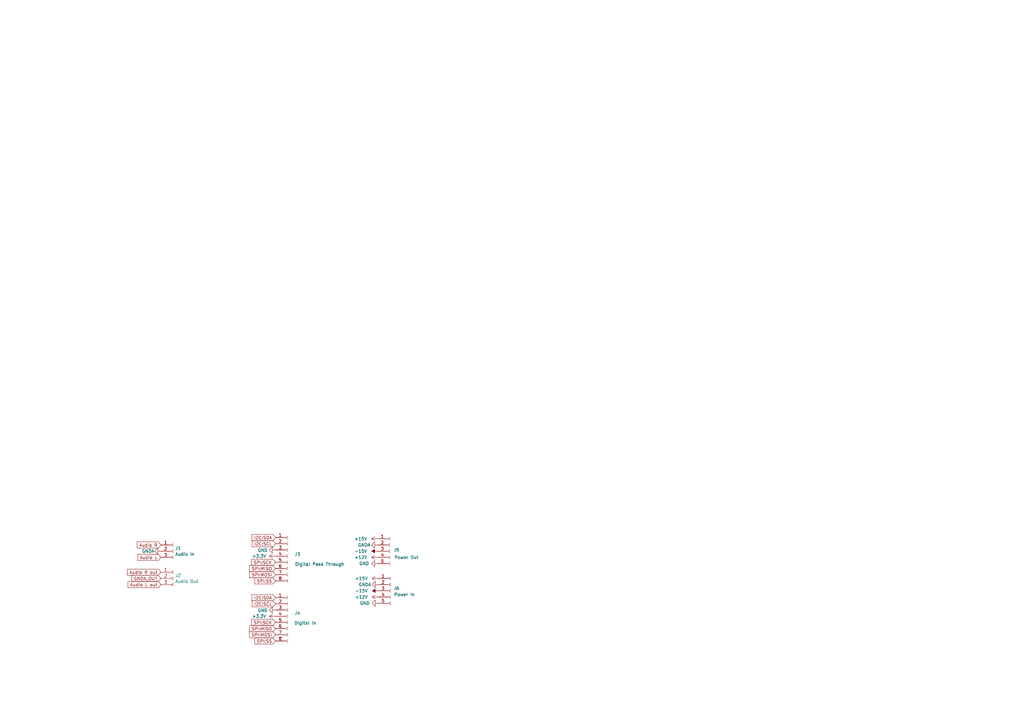
<source format=kicad_sch>
(kicad_sch (version 20230121) (generator eeschema)
  (paper "A3")
  (lib_symbols
    (symbol "Connector:Conn_01x03_Female" (pin_names (offset 1.016) hide)
      (property "Reference" "J" (at 0 5.08 0))
      (property "Value" "Conn_01x03_Female" (at 0 -5.08 0))
      (symbol "Conn_01x03_Female_1_1"
        (arc (start 0 -2.032) (mid -0.5058 -2.54) (end 0 -3.048) (stroke (width 0.1524)))
        (polyline (pts (xy -1.27 -2.54) (xy -0.508 -2.54)) (stroke (width 0.1524)))
        (polyline (pts (xy -1.27 0) (xy -0.508 0)) (stroke (width 0.1524)))
        (polyline (pts (xy -1.27 2.54) (xy -0.508 2.54)) (stroke (width 0.1524)))
        (arc (start 0 0.508) (mid -0.5058 0) (end 0 -0.508) (stroke (width 0.1524)))
        (arc (start 0 3.048) (mid -0.5058 2.54) (end 0 2.032) (stroke (width 0.1524)))
        (pin passive line (at -5.08 2.54 0) (length 3.81) (name "Pin_1") (number "1"))
        (pin passive line (at -5.08 0 0) (length 3.81) (name "Pin_2") (number "2"))
        (pin passive line (at -5.08 -2.54 0) (length 3.81) (name "Pin_3") (number "3"))
      )
    )
    (symbol "Connector:Conn_01x05_Female" (pin_names (offset 1.016) hide)
      (property "Reference" "J" (at 0 7.62 0))
      (property "Value" "Conn_01x05_Female" (at 0 -7.62 0))
      (symbol "Conn_01x05_Female_1_1"
        (arc (start 0 -4.572) (mid -0.5058 -5.08) (end 0 -5.588) (stroke (width 0.1524)))
        (arc (start 0 -2.032) (mid -0.5058 -2.54) (end 0 -3.048) (stroke (width 0.1524)))
        (polyline (pts (xy -1.27 -5.08) (xy -0.508 -5.08)) (stroke (width 0.1524)))
        (polyline (pts (xy -1.27 -2.54) (xy -0.508 -2.54)) (stroke (width 0.1524)))
        (polyline (pts (xy -1.27 0) (xy -0.508 0)) (stroke (width 0.1524)))
        (polyline (pts (xy -1.27 2.54) (xy -0.508 2.54)) (stroke (width 0.1524)))
        (polyline (pts (xy -1.27 5.08) (xy -0.508 5.08)) (stroke (width 0.1524)))
        (arc (start 0 0.508) (mid -0.5058 0) (end 0 -0.508) (stroke (width 0.1524)))
        (arc (start 0 3.048) (mid -0.5058 2.54) (end 0 2.032) (stroke (width 0.1524)))
        (arc (start 0 5.588) (mid -0.5058 5.08) (end 0 4.572) (stroke (width 0.1524)))
        (pin passive line (at -5.08 5.08 0) (length 3.81) (name "Pin_1") (number "1"))
        (pin passive line (at -5.08 2.54 0) (length 3.81) (name "Pin_2") (number "2"))
        (pin passive line (at -5.08 0 0) (length 3.81) (name "Pin_3") (number "3"))
        (pin passive line (at -5.08 -2.54 0) (length 3.81) (name "Pin_4") (number "4"))
        (pin passive line (at -5.08 -5.08 0) (length 3.81) (name "Pin_5") (number "5"))
      )
    )
    (symbol "Connector:Conn_01x08_Female" (pin_names (offset 1.016) hide)
      (property "Reference" "J" (at 0 10.16 0))
      (property "Value" "Conn_01x08_Female" (at 0 -12.7 0))
      (symbol "Conn_01x08_Female_1_1"
        (arc (start 0 -9.652) (mid -0.5058 -10.16) (end 0 -10.668) (stroke (width 0.1524)))
        (arc (start 0 -7.112) (mid -0.5058 -7.62) (end 0 -8.128) (stroke (width 0.1524)))
        (arc (start 0 -4.572) (mid -0.5058 -5.08) (end 0 -5.588) (stroke (width 0.1524)))
        (arc (start 0 -2.032) (mid -0.5058 -2.54) (end 0 -3.048) (stroke (width 0.1524)))
        (polyline (pts (xy -1.27 -10.16) (xy -0.508 -10.16)) (stroke (width 0.1524)))
        (polyline (pts (xy -1.27 -7.62) (xy -0.508 -7.62)) (stroke (width 0.1524)))
        (polyline (pts (xy -1.27 -5.08) (xy -0.508 -5.08)) (stroke (width 0.1524)))
        (polyline (pts (xy -1.27 -2.54) (xy -0.508 -2.54)) (stroke (width 0.1524)))
        (polyline (pts (xy -1.27 0) (xy -0.508 0)) (stroke (width 0.1524)))
        (polyline (pts (xy -1.27 2.54) (xy -0.508 2.54)) (stroke (width 0.1524)))
        (polyline (pts (xy -1.27 5.08) (xy -0.508 5.08)) (stroke (width 0.1524)))
        (polyline (pts (xy -1.27 7.62) (xy -0.508 7.62)) (stroke (width 0.1524)))
        (arc (start 0 0.508) (mid -0.5058 0) (end 0 -0.508) (stroke (width 0.1524)))
        (arc (start 0 3.048) (mid -0.5058 2.54) (end 0 2.032) (stroke (width 0.1524)))
        (arc (start 0 5.588) (mid -0.5058 5.08) (end 0 4.572) (stroke (width 0.1524)))
        (arc (start 0 8.128) (mid -0.5058 7.62) (end 0 7.112) (stroke (width 0.1524)))
        (pin passive line (at -5.08 7.62 0) (length 3.81) (name "Pin_1") (number "1"))
        (pin passive line (at -5.08 5.08 0) (length 3.81) (name "Pin_2") (number "2"))
        (pin passive line (at -5.08 2.54 0) (length 3.81) (name "Pin_3") (number "3"))
        (pin passive line (at -5.08 0 0) (length 3.81) (name "Pin_4") (number "4"))
        (pin passive line (at -5.08 -2.54 0) (length 3.81) (name "Pin_5") (number "5"))
        (pin passive line (at -5.08 -5.08 0) (length 3.81) (name "Pin_6") (number "6"))
        (pin passive line (at -5.08 -7.62 0) (length 3.81) (name "Pin_7") (number "7"))
        (pin passive line (at -5.08 -10.16 0) (length 3.81) (name "Pin_8") (number "8"))
      )
    )
    (symbol "power:+12V" (power) (pin_names (offset 0))
      (property "Value" "+12V" (at 0 3.556 0))
      (symbol "+12V_0_1"
        (polyline (pts (xy -0.762 1.27) (xy 0 2.54)))
        (polyline (pts (xy 0 0) (xy 0 2.54)))
        (polyline (pts (xy 0 2.54) (xy 0.762 1.27)))
      )
      (symbol "+12V_1_1"
        (pin power_in line (at 0 0 90) (length 0) hide (name "+12V") (number "1"))
      )
    )
    (symbol "power:+15V" (power) (pin_names (offset 0))
      (property "Value" "+15V" (at 0 3.556 0))
      (symbol "+15V_0_1"
        (polyline (pts (xy -0.762 1.27) (xy 0 2.54)))
        (polyline (pts (xy 0 0) (xy 0 2.54)))
        (polyline (pts (xy 0 2.54) (xy 0.762 1.27)))
      )
      (symbol "+15V_1_1"
        (pin power_in line (at 0 0 90) (length 0) hide (name "+15V") (number "1"))
      )
    )
    (symbol "power:+3.3V" (power) (pin_names (offset 0))
      (property "Value" "+3.3V" (at 0 3.556 0))
      (symbol "+3.3V_0_1"
        (polyline (pts (xy -0.762 1.27) (xy 0 2.54)))
        (polyline (pts (xy 0 0) (xy 0 2.54)))
        (polyline (pts (xy 0 2.54) (xy 0.762 1.27)))
      )
      (symbol "+3.3V_1_1"
        (pin power_in line (at 0 0 90) (length 0) hide (name "+3.3V") (number "1"))
      )
    )
    (symbol "power:-15V" (power) (pin_names (offset 0))
      (property "Value" "-15V" (at 0 3.81 0))
      (symbol "-15V_0_0"
        (pin power_in line (at 0 0 90) (length 0) hide (name "-15V") (number "1"))
      )
      (symbol "-15V_0_1"
        (polyline (pts (xy 0 0) (xy 0 1.27) (xy 0.762 1.27) (xy 0 2.54) (xy -0.762 1.27) (xy 0 1.27)) (fill (type outline)))
      )
    )
    (symbol "power:GND" (power) (pin_names (offset 0))
      (property "Value" "GND" (at 0 -3.81 0))
      (symbol "GND_0_1"
        (polyline (pts (xy 0 0) (xy 0 -1.27) (xy 1.27 -1.27) (xy 0 -2.54) (xy -1.27 -1.27) (xy 0 -1.27)))
      )
      (symbol "GND_1_1"
        (pin power_in line (at 0 0 270) (length 0) hide (name "GND") (number "1"))
      )
    )
    (symbol "power:GNDA" (power) (pin_names (offset 0))
      (property "Value" "GNDA" (at 0 -3.81 0))
      (symbol "GNDA_0_1"
        (polyline (pts (xy 0 0) (xy 0 -1.27) (xy 1.27 -1.27) (xy 0 -2.54) (xy -1.27 -1.27) (xy 0 -1.27)))
      )
      (symbol "GNDA_1_1"
        (pin power_in line (at 0 0 270) (length 0) hide (name "GNDA") (number "1"))
      )
    )
  )
  (global_label "I2C:SDA" (shape input) (at 113.03 245.11 180) (property "Intersheetrefs" "${INTERSHEET_REFS}" (effects hide)))
  (global_label "Audio R" (shape input) (at 66.04 223.52 180) (property "Intersheetrefs" "${INTERSHEET_REFS}" (effects hide)))
  (global_label "SPI:MISO" (shape input) (at 113.03 233.172 180) (property "Intersheetrefs" "${INTERSHEET_REFS}" (effects hide)))
  (global_label "SPI:MOSI" (shape input) (at 113.03 260.35 180) (property "Intersheetrefs" "${INTERSHEET_REFS}" (effects hide)))
  (global_label "Audio R out" (shape input) (at 66.04 234.696 180) (property "Intersheetrefs" "${INTERSHEET_REFS}" (effects hide)))
  (global_label "I2C:SCL" (shape input) (at 113.03 247.65 180) (property "Intersheetrefs" "${INTERSHEET_REFS}" (effects hide)))
  (global_label "SPI:MISO" (shape input) (at 113.03 257.81 180) (property "Intersheetrefs" "${INTERSHEET_REFS}" (effects hide)))
  (global_label "SPI:MOSI" (shape input) (at 113.03 235.712 180) (property "Intersheetrefs" "${INTERSHEET_REFS}" (effects hide)))
  (global_label "I2C:SCL" (shape input) (at 113.03 223.012 180) (property "Intersheetrefs" "${INTERSHEET_REFS}" (effects hide)))
  (global_label "I2C:SDA" (shape input) (at 113.03 220.472 180) (property "Intersheetrefs" "${INTERSHEET_REFS}" (effects hide)))
  (global_label "SPI:SCK" (shape input) (at 113.03 230.632 180) (property "Intersheetrefs" "${INTERSHEET_REFS}" (effects hide)))
  (global_label "SPI:SCK" (shape input) (at 113.03 255.27 180) (property "Intersheetrefs" "${INTERSHEET_REFS}" (effects hide)))
  (global_label "SPI:SS" (shape input) (at 113.03 238.252 180) (property "Intersheetrefs" "${INTERSHEET_REFS}" (effects hide)))
  (global_label "GNDA_OUT" (shape input) (at 66.04 237.236 180) (property "Intersheetrefs" "${INTERSHEET_REFS}" (effects hide)))
  (global_label "SPI:SS" (shape input) (at 113.03 262.89 180) (property "Intersheetrefs" "${INTERSHEET_REFS}" (effects hide)))
  (global_label "Audio L" (shape input) (at 66.04 228.6 180) (property "Intersheetrefs" "${INTERSHEET_REFS}" (effects hide)))
  (global_label "Audio L out" (shape input) (at 66.04 239.776 180) (property "Intersheetrefs" "${INTERSHEET_REFS}" (effects hide)))
  (symbol (lib_id "power:GND") (at 113.03 225.552 270) (unit 1)
    (property "Reference" "#PWR034" (effects hide))
    (property "Value" "GND" (at 109.7788 225.679 90) (effects (justify right)))
  )
  (symbol (lib_id "power:GNDA") (at 66.04 226.06 270) (unit 1)
    (property "Reference" "#PWR035" (effects hide))
    (property "Value" "GNDA" (at 58.166 226.06 90) (effects (justify left)))
  )
  (symbol (lib_id "power:-15V") (at 155.194 242.316 90) (unit 1)
    (property "Reference" "#PWR045" (effects hide))
    (property "Value" "-15V" (at 150.876 242.3159 90) (effects (justify left)))
  )
  (symbol (lib_id "power:+15V") (at 155.194 237.236 90) (unit 1)
    (property "Reference" "#PWR043" (effects hide))
    (property "Value" "+15V" (at 150.876 237.2359 90) (effects (justify left)))
  )
  (symbol (lib_id "power:+12V") (at 154.94 228.6 90) (unit 1)
    (property "Reference" "#PWR038" (effects hide))
    (property "Value" "+12V" (at 150.622 228.5999 90) (effects (justify left)))
  )
  (symbol (lib_id "power:-15V") (at 154.94 226.06 90) (unit 1)
    (property "Reference" "#PWR036" (effects hide))
    (property "Value" "-15V" (at 150.622 226.0599 90) (effects (justify left)))
  )
  (symbol (lib_id "Connector:Conn_01x05_Female") (at 160.274 242.316 0) (unit 1)
    (property "Reference" "J6" (at 163.83 241.3 0) (effects (justify right)))
    (property "Value" "Power In" (at 170.18 243.84 0) (effects (justify right)))
    (property "Footprint" "Connector_PinHeader_2.54mm:PinHeader_1x05_P2.54mm_Vertical" (effects hide))
  )
  (symbol (lib_id "Connector:Conn_01x03_Female") (at 71.12 226.06 0) (unit 1)
    (property "Reference" "J1" (at 71.8312 224.8479 0) (effects (justify left)))
    (property "Value" "Audio In" (at 71.8312 227.2721 0) (effects (justify left)))
    (property "Footprint" "Connector_PinHeader_2.54mm:PinHeader_1x03_P2.54mm_Vertical" (effects hide))
  )
  (symbol (lib_id "power:+3.3V") (at 113.03 252.73 90) (unit 1)
    (property "Reference" "#PWR049" (effects hide))
    (property "Value" "+3.3V" (at 109.22 252.7299 90) (effects (justify left)))
  )
  (symbol (lib_id "power:+12V") (at 155.194 244.856 90) (unit 1)
    (property "Reference" "#PWR046" (effects hide))
    (property "Value" "+12V" (at 150.876 244.8559 90) (effects (justify left)))
  )
  (symbol (lib_id "power:GND") (at 154.94 231.14 270) (unit 1)
    (property "Reference" "#PWR040" (effects hide))
    (property "Value" "GND" (at 151.384 231.1399 90) (effects (justify right)))
  )
  (symbol (lib_id "power:GND") (at 155.194 247.396 270) (unit 1)
    (property "Reference" "#PWR047" (effects hide))
    (property "Value" "GND" (at 151.638 247.3959 90) (effects (justify right)))
  )
  (symbol (lib_id "Connector:Conn_01x08_Female") (at 118.11 228.092 0) (unit 1)
    (property "Reference" "J3" (at 123.19 227.33 0) (effects (justify right)))
    (property "Value" "Digital Pass Through" (at 141.224 231.394 0) (effects (justify right)))
    (property "Footprint" "Connector_JST:JST_XH_B8B-XH-A_1x08_P2.50mm_Vertical" (effects hide))
  )
  (symbol (lib_id "Connector:Conn_01x05_Female") (at 160.02 226.06 0) (unit 1)
    (property "Reference" "J5" (at 163.83 225.552 0) (effects (justify right)))
    (property "Value" "Power Out" (at 171.704 228.6 0) (effects (justify right)))
    (property "Footprint" "Connector_JST:JST_XH_B5B-XH-A_1x05_P2.50mm_Vertical" (effects hide))
  )
  (symbol (lib_id "power:+3.3V") (at 113.03 228.092 90) (unit 1)
    (property "Reference" "#PWR037" (effects hide))
    (property "Value" "+3.3V" (at 109.22 228.0919 90) (effects (justify left)))
  )
  (symbol (lib_id "Connector:Conn_01x03_Female") (at 71.12 237.236 0) (unit 1)
    (property "Reference" "J2" (at 71.8312 236.0239 0) (effects (justify left)))
    (property "Value" "Audio Out" (at 71.8312 238.4481 0) (effects (justify left)))
    (property "Footprint" "Connector_PinHeader_2.54mm:PinHeader_1x03_P2.54mm_Vertical" (effects hide))
  )
  (symbol (lib_id "Connector:Conn_01x08_Female") (at 118.11 252.73 0) (unit 1)
    (property "Reference" "J4" (at 123.19 251.46 0) (effects (justify right)))
    (property "Value" "Digital In" (at 129.794 255.524 0) (effects (justify right)))
    (property "Footprint" "Connector_PinHeader_2.54mm:PinHeader_1x08_P2.54mm_Vertical" (effects hide))
  )
  (symbol (lib_id "power:GNDA") (at 154.94 223.52 270) (unit 1)
    (property "Reference" "#PWR032" (effects hide))
    (property "Value" "GNDA" (at 146.812 223.52 90) (effects (justify left)))
  )
  (symbol (lib_id "power:+15V") (at 154.94 220.98 90) (unit 1)
    (property "Reference" "#PWR031" (effects hide))
    (property "Value" "+15V" (at 150.622 220.9799 90) (effects (justify left)))
  )
  (symbol (lib_id "power:GND") (at 113.03 250.19 270) (unit 1)
    (property "Reference" "#PWR048" (effects hide))
    (property "Value" "GND" (at 109.7788 250.317 90) (effects (justify right)))
  )
  (symbol (lib_id "power:GNDA") (at 155.194 239.776 270) (unit 1)
    (property "Reference" "#PWR044" (effects hide))
    (property "Value" "GNDA" (at 147.066 239.776 90) (effects (justify left)))
  )
)
</source>
